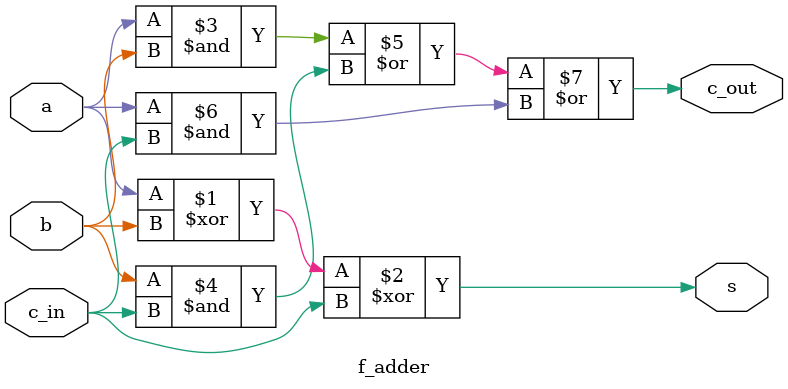
<source format=v>
module ex04 (a, b, cin, s, cout);

	input [3:0] a;
	input [3:0] b;
	input cin;

	output [3:0] s;
	output cout;

	wire   [4:0] c;

	assign c[0] = cin;

	genvar i;
	generate
	for(i = 0; i < 4; i = i + 1) 
		begin
			f_adder f_adder(.a(a[i]), .b(b[i]), .c_in(c[i]), .s(s[i]), .c_out(c[i+1]));

		end
	endgenerate

	assign cout = c[4];

endmodule


module f_adder(a, b, c_in, s, c_out);

	input a;
	input b;
	input c_in;

	output s;
	output c_out;

	assign s = a ^ b ^ c_in;
	assign c_out = (a & b)|(b & c_in)|(a & c_in);

endmodule

</source>
